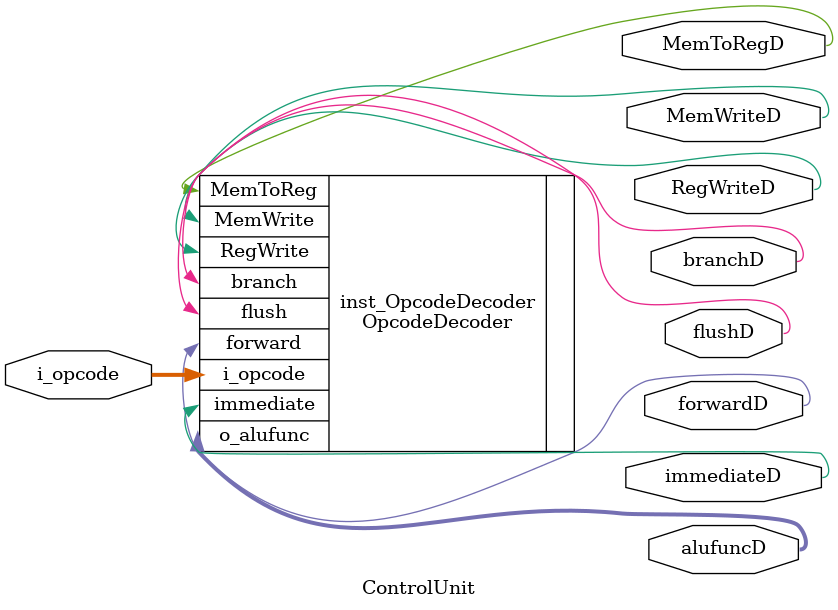
<source format=v>
module ControlUnit(
    input  [3:0]    i_opcode,
    output          branchD, flushD, RegWriteD, MemWriteD, MemToRegD, immediateD, forwardD,
    output [1:0]    alufuncD
);

OpcodeDecoder   inst_OpcodeDecoder(
    .i_opcode(i_opcode),
    .branch(branchD),
    .flush(flushD),
    .RegWrite(RegWriteD),
    .MemWrite(MemWriteD),
    .MemToReg(MemToRegD),
    .immediate(immediateD),
    .forward(forwardD),
    .o_alufunc(alufuncD)
);

endmodule
</source>
